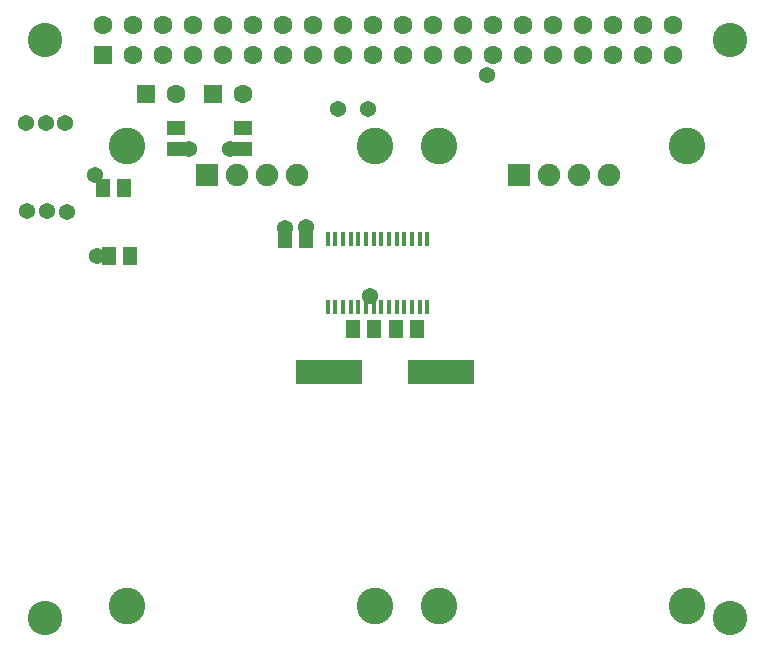
<source format=gbs>
G04 Layer_Color=16711935*
%FSLAX25Y25*%
%MOIN*%
G70*
G01*
G75*
%ADD33R,0.05912X0.05124*%
%ADD36C,0.06306*%
%ADD37R,0.06306X0.06306*%
%ADD38C,0.07487*%
%ADD39R,0.07487X0.07487*%
%ADD40C,0.12211*%
%ADD41C,0.11500*%
%ADD42C,0.05400*%
%ADD43R,0.05124X0.05912*%
%ADD44R,0.22054X0.08274*%
%ADD45R,0.01581X0.05124*%
D33*
X43500Y-29457D02*
D03*
Y-36543D02*
D03*
X66000Y-29457D02*
D03*
Y-36543D02*
D03*
D36*
X66000Y-18319D02*
D03*
X43500D02*
D03*
X209200Y5000D02*
D03*
Y-5000D02*
D03*
X199200Y5000D02*
D03*
Y-5000D02*
D03*
X189200Y5000D02*
D03*
Y-5000D02*
D03*
X179200Y5000D02*
D03*
Y-5000D02*
D03*
X169200Y5000D02*
D03*
Y-5000D02*
D03*
X159200Y5000D02*
D03*
Y-5000D02*
D03*
X149200Y5000D02*
D03*
Y-5000D02*
D03*
X139200Y5000D02*
D03*
Y-5000D02*
D03*
X129200Y5000D02*
D03*
Y-5000D02*
D03*
X119200Y5000D02*
D03*
Y-5000D02*
D03*
X109200Y5000D02*
D03*
Y-5000D02*
D03*
X99200Y5000D02*
D03*
Y-5000D02*
D03*
X89200Y5000D02*
D03*
Y-5000D02*
D03*
X79200Y5000D02*
D03*
Y-5000D02*
D03*
X69200Y5000D02*
D03*
Y-5000D02*
D03*
X59200Y5000D02*
D03*
Y-5000D02*
D03*
X49200Y5000D02*
D03*
Y-5000D02*
D03*
X39200Y5000D02*
D03*
Y-5000D02*
D03*
X29200Y5000D02*
D03*
Y-5000D02*
D03*
X19200Y5000D02*
D03*
D37*
X56000Y-18319D02*
D03*
X33500D02*
D03*
X19200Y-5000D02*
D03*
D38*
X187800Y-45248D02*
D03*
X177800D02*
D03*
X167800D02*
D03*
X84000D02*
D03*
X74000D02*
D03*
X64000D02*
D03*
D39*
X157800D02*
D03*
X54000D02*
D03*
D40*
X131205Y-35405D02*
D03*
X213883D02*
D03*
Y-188949D02*
D03*
X131205D02*
D03*
X27406Y-35405D02*
D03*
X110083D02*
D03*
Y-188949D02*
D03*
X27406D02*
D03*
D41*
X228400Y-192900D02*
D03*
X0D02*
D03*
Y0D02*
D03*
X228400D02*
D03*
D42*
X7087Y-57480D02*
D03*
X6693Y-27953D02*
D03*
X87008Y-62598D02*
D03*
X17323Y-72047D02*
D03*
X-6299Y-27953D02*
D03*
X175D02*
D03*
X482Y-57311D02*
D03*
X-5992D02*
D03*
X16535Y-45276D02*
D03*
X108268Y-85425D02*
D03*
X79921Y-62795D02*
D03*
X97500Y-23000D02*
D03*
X107500D02*
D03*
X147200Y-11900D02*
D03*
X61700Y-36400D02*
D03*
X47800D02*
D03*
D43*
X87008Y-66535D02*
D03*
X79921D02*
D03*
X28346Y-72047D02*
D03*
X21260D02*
D03*
X26378Y-49606D02*
D03*
X19291D02*
D03*
X124023Y-96439D02*
D03*
X116936D02*
D03*
X109523D02*
D03*
X102436D02*
D03*
D44*
X132080Y-110939D02*
D03*
X94679D02*
D03*
D45*
X106941Y-66559D02*
D03*
X104382D02*
D03*
X101823D02*
D03*
X99264D02*
D03*
X96705D02*
D03*
X94146D02*
D03*
X106941Y-89000D02*
D03*
X104382D02*
D03*
X101823D02*
D03*
X99264D02*
D03*
X96705D02*
D03*
X94146D02*
D03*
X109500Y-66559D02*
D03*
X112059D02*
D03*
X114618D02*
D03*
X117177D02*
D03*
X119736D02*
D03*
X122295D02*
D03*
X124854D02*
D03*
X127413D02*
D03*
X109500Y-89000D02*
D03*
X112059D02*
D03*
X114618D02*
D03*
X117177D02*
D03*
X119736D02*
D03*
X122295D02*
D03*
X124854D02*
D03*
X127413D02*
D03*
M02*

</source>
